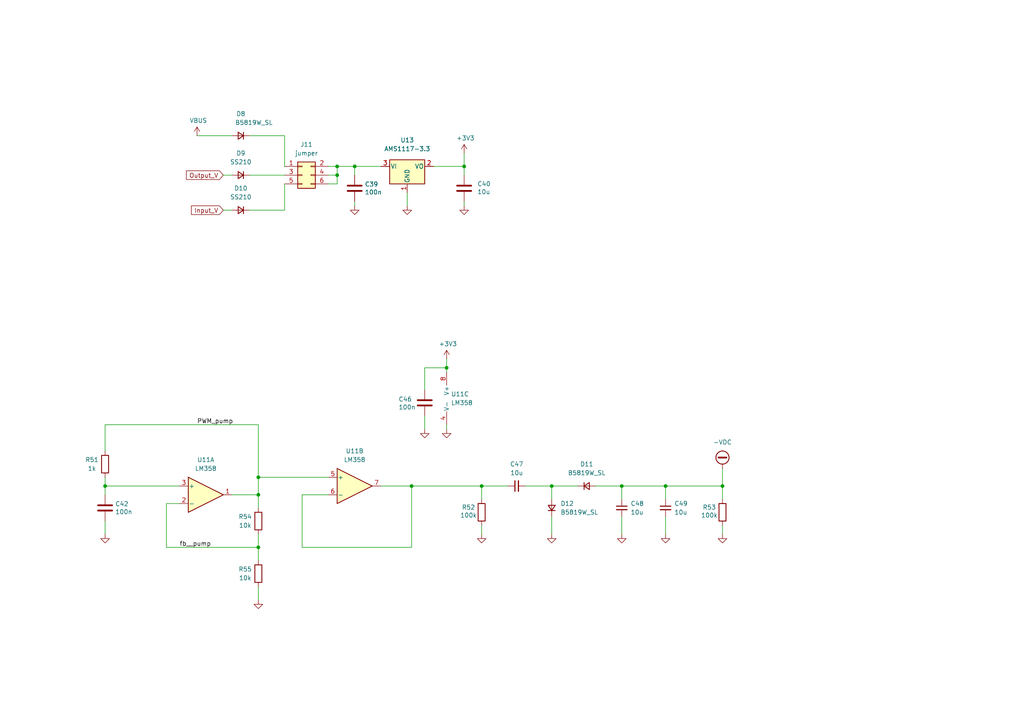
<source format=kicad_sch>
(kicad_sch (version 20211123) (generator eeschema)
  (paper "A4")
  (lib_symbols
    (symbol "Amplifier_Operational:LM358" (pin_names (offset 0.127))
      (property "Reference" "U" (at 0 5.08 0))
      (property "Value" "LM358" (at 0 -5.08 0))
      (symbol "LM358_1_1"
        (polyline (pts (xy -5.08 5.08) (xy 5.08 0) (xy -5.08 -5.08) (xy -5.08 5.08)) (stroke (width 0.254)) (fill (type background)))
        (pin output line (at 7.62 0 180) (length 2.54) (name "~") (number "1"))
        (pin input line (at -7.62 -2.54 0) (length 2.54) (name "-") (number "2"))
        (pin input line (at -7.62 2.54 0) (length 2.54) (name "+") (number "3"))
      )
      (symbol "LM358_2_1"
        (polyline (pts (xy -5.08 5.08) (xy 5.08 0) (xy -5.08 -5.08) (xy -5.08 5.08)) (stroke (width 0.254)) (fill (type background)))
        (pin input line (at -7.62 2.54 0) (length 2.54) (name "+") (number "5"))
        (pin input line (at -7.62 -2.54 0) (length 2.54) (name "-") (number "6"))
        (pin output line (at 7.62 0 180) (length 2.54) (name "~") (number "7"))
      )
      (symbol "LM358_3_1"
        (pin power_in line (at -2.54 -7.62 90) (length 3.81) (name "V-") (number "4"))
        (pin power_in line (at -2.54 7.62 270) (length 3.81) (name "V+") (number "8"))
      )
    )
    (symbol "Connector_Generic:Conn_02x03_Odd_Even" (pin_names (offset 1.016) hide)
      (property "Reference" "J" (at 1.27 5.08 0))
      (property "Value" "Conn_02x03_Odd_Even" (at 1.27 -5.08 0))
      (symbol "Conn_02x03_Odd_Even_1_1"
        (rectangle (start -1.27 -2.413) (end 0 -2.667) (stroke (width 0.1524)))
        (rectangle (start -1.27 0.127) (end 0 -0.127) (stroke (width 0.1524)))
        (rectangle (start -1.27 2.667) (end 0 2.413) (stroke (width 0.1524)))
        (rectangle (start -1.27 3.81) (end 3.81 -3.81) (stroke (width 0.254)) (fill (type background)))
        (rectangle (start 3.81 -2.413) (end 2.54 -2.667) (stroke (width 0.1524)))
        (rectangle (start 3.81 0.127) (end 2.54 -0.127) (stroke (width 0.1524)))
        (rectangle (start 3.81 2.667) (end 2.54 2.413) (stroke (width 0.1524)))
        (pin passive line (at -5.08 2.54 0) (length 3.81) (name "Pin_1") (number "1"))
        (pin passive line (at 7.62 2.54 180) (length 3.81) (name "Pin_2") (number "2"))
        (pin passive line (at -5.08 0 0) (length 3.81) (name "Pin_3") (number "3"))
        (pin passive line (at 7.62 0 180) (length 3.81) (name "Pin_4") (number "4"))
        (pin passive line (at -5.08 -2.54 0) (length 3.81) (name "Pin_5") (number "5"))
        (pin passive line (at 7.62 -2.54 180) (length 3.81) (name "Pin_6") (number "6"))
      )
    )
    (symbol "Device:C" (pin_numbers hide) (pin_names (offset 0.254))
      (property "Reference" "C" (at 0.635 2.54 0))
      (property "Value" "C" (at 0.635 -2.54 0))
      (symbol "C_0_1"
        (polyline (pts (xy -2.032 -0.762) (xy 2.032 -0.762)) (stroke (width 0.508)))
        (polyline (pts (xy -2.032 0.762) (xy 2.032 0.762)) (stroke (width 0.508)))
      )
      (symbol "C_1_1"
        (pin passive line (at 0 3.81 270) (length 2.794) (name "~") (number "1"))
        (pin passive line (at 0 -3.81 90) (length 2.794) (name "~") (number "2"))
      )
    )
    (symbol "Device:C_Small" (pin_numbers hide) (pin_names (offset 0.254) hide)
      (property "Reference" "C" (at 0.254 1.778 0))
      (property "Value" "C_Small" (at 0.254 -2.032 0))
      (symbol "C_Small_0_1"
        (polyline (pts (xy -1.524 -0.508) (xy 1.524 -0.508)) (stroke (width 0.3302)))
        (polyline (pts (xy -1.524 0.508) (xy 1.524 0.508)) (stroke (width 0.3048)))
      )
      (symbol "C_Small_1_1"
        (pin passive line (at 0 2.54 270) (length 2.032) (name "~") (number "1"))
        (pin passive line (at 0 -2.54 90) (length 2.032) (name "~") (number "2"))
      )
    )
    (symbol "Device:D_Small" (pin_numbers hide) (pin_names (offset 0.254) hide)
      (property "Reference" "D" (at -1.27 2.032 0))
      (property "Value" "D_Small" (at -3.81 -2.032 0))
      (symbol "D_Small_0_1"
        (polyline (pts (xy -0.762 -1.016) (xy -0.762 1.016)) (stroke (width 0.254)))
        (polyline (pts (xy -0.762 0) (xy 0.762 0)))
        (polyline (pts (xy 0.762 -1.016) (xy -0.762 0) (xy 0.762 1.016) (xy 0.762 -1.016)) (stroke (width 0.254)))
      )
      (symbol "D_Small_1_1"
        (pin passive line (at -2.54 0 0) (length 1.778) (name "K") (number "1"))
        (pin passive line (at 2.54 0 180) (length 1.778) (name "A") (number "2"))
      )
    )
    (symbol "Device:R" (pin_numbers hide) (pin_names (offset 0))
      (property "Reference" "R" (at 2.032 0 90))
      (property "Value" "R" (at 0 0 90))
      (symbol "R_0_1"
        (rectangle (start -1.016 -2.54) (end 1.016 2.54) (stroke (width 0.254)))
      )
      (symbol "R_1_1"
        (pin passive line (at 0 3.81 270) (length 1.27) (name "~") (number "1"))
        (pin passive line (at 0 -3.81 90) (length 1.27) (name "~") (number "2"))
      )
    )
    (symbol "Regulator_Linear:AMS1117-3.3" (pin_names (offset 0.254))
      (property "Reference" "U" (at -3.81 3.175 0))
      (property "Value" "AMS1117-3.3" (at 0 3.175 0))
      (symbol "AMS1117-3.3_0_1"
        (rectangle (start -5.08 -5.08) (end 5.08 1.905) (stroke (width 0.254)) (fill (type background)))
      )
      (symbol "AMS1117-3.3_1_1"
        (pin power_in line (at 0 -7.62 90) (length 2.54) (name "GND") (number "1"))
        (pin power_out line (at 7.62 0 180) (length 2.54) (name "VO") (number "2"))
        (pin power_in line (at -7.62 0 0) (length 2.54) (name "VI") (number "3"))
      )
    )
    (symbol "power:+3V3" (power) (pin_names (offset 0))
      (property "Value" "+3V3" (at 0 3.556 0))
      (symbol "+3V3_0_1"
        (polyline (pts (xy -0.762 1.27) (xy 0 2.54)))
        (polyline (pts (xy 0 0) (xy 0 2.54)))
        (polyline (pts (xy 0 2.54) (xy 0.762 1.27)))
      )
      (symbol "+3V3_1_1"
        (pin power_in line (at 0 0 90) (length 0) hide (name "+3V3") (number "1"))
      )
    )
    (symbol "power:-VDC" (power) (pin_names (offset 0))
      (property "Value" "-VDC" (at 0 6.35 0))
      (symbol "-VDC_0_1"
        (polyline (pts (xy -1.143 3.175) (xy 1.143 3.175)) (stroke (width 0.508)))
        (polyline (pts (xy 0 0) (xy 0 1.27)))
        (circle (center 0 3.175) (radius 1.905) (stroke (width 0.254)))
      )
      (symbol "-VDC_1_1"
        (pin power_in line (at 0 0 90) (length 0) hide (name "-VDC") (number "1"))
      )
    )
    (symbol "power:GND" (power) (pin_names (offset 0))
      (property "Value" "GND" (at 0 -3.81 0))
      (symbol "GND_0_1"
        (polyline (pts (xy 0 0) (xy 0 -1.27) (xy 1.27 -1.27) (xy 0 -2.54) (xy -1.27 -1.27) (xy 0 -1.27)))
      )
      (symbol "GND_1_1"
        (pin power_in line (at 0 0 270) (length 0) hide (name "GND") (number "1"))
      )
    )
    (symbol "power:VBUS" (power) (pin_names (offset 0))
      (property "Value" "VBUS" (at 0 3.81 0))
      (symbol "VBUS_0_1"
        (polyline (pts (xy -0.762 1.27) (xy 0 2.54)))
        (polyline (pts (xy 0 0) (xy 0 2.54)))
        (polyline (pts (xy 0 2.54) (xy 0.762 1.27)))
      )
      (symbol "VBUS_1_1"
        (pin power_in line (at 0 0 90) (length 0) hide (name "VBUS") (number "1"))
      )
    )
  )
  (junction (at 160.02 140.97))
  (junction (at 97.79 48.26))
  (junction (at 119.38 140.97))
  (junction (at 139.7 140.97))
  (junction (at 74.93 143.51))
  (junction (at 102.87 48.26))
  (junction (at 209.55 140.97))
  (junction (at 193.04 140.97))
  (junction (at 134.62 48.26))
  (junction (at 97.79 50.8))
  (junction (at 129.54 106.68))
  (junction (at 180.34 140.97))
  (junction (at 74.93 138.43))
  (junction (at 74.93 158.75))
  (junction (at 30.48 140.97))
  (wire (pts (xy 129.54 104.14) (xy 129.54 106.68)))
  (wire (pts (xy 139.7 140.97) (xy 139.7 144.78)))
  (wire (pts (xy 118.11 55.88) (xy 118.11 59.69)))
  (wire (pts (xy 64.77 50.8) (xy 67.31 50.8)))
  (wire (pts (xy 82.55 48.26) (xy 82.55 39.37)))
  (wire (pts (xy 123.19 106.68) (xy 123.19 113.03)))
  (wire (pts (xy 74.93 143.51) (xy 74.93 147.32)))
  (wire (pts (xy 64.77 60.96) (xy 67.31 60.96)))
  (wire (pts (xy 134.62 58.42) (xy 134.62 59.69)))
  (wire (pts (xy 30.48 151.13) (xy 30.48 154.94)))
  (wire (pts (xy 160.02 149.86) (xy 160.02 154.94)))
  (wire (pts (xy 67.31 143.51) (xy 74.93 143.51)))
  (wire (pts (xy 97.79 50.8) (xy 97.79 53.34)))
  (wire (pts (xy 74.93 162.56) (xy 74.93 158.75)))
  (wire (pts (xy 87.63 158.75) (xy 119.38 158.75)))
  (wire (pts (xy 180.34 140.97) (xy 172.72 140.97)))
  (wire (pts (xy 119.38 158.75) (xy 119.38 140.97)))
  (wire (pts (xy 30.48 140.97) (xy 52.07 140.97)))
  (wire (pts (xy 57.15 39.37) (xy 67.31 39.37)))
  (wire (pts (xy 134.62 48.26) (xy 134.62 50.8)))
  (wire (pts (xy 193.04 140.97) (xy 209.55 140.97)))
  (wire (pts (xy 74.93 123.19) (xy 74.93 138.43)))
  (wire (pts (xy 87.63 143.51) (xy 87.63 158.75)))
  (wire (pts (xy 74.93 138.43) (xy 95.25 138.43)))
  (wire (pts (xy 129.54 123.19) (xy 129.54 124.46)))
  (wire (pts (xy 180.34 140.97) (xy 193.04 140.97)))
  (wire (pts (xy 119.38 140.97) (xy 139.7 140.97)))
  (wire (pts (xy 110.49 48.26) (xy 102.87 48.26)))
  (wire (pts (xy 193.04 144.78) (xy 193.04 140.97)))
  (wire (pts (xy 110.49 140.97) (xy 119.38 140.97)))
  (wire (pts (xy 134.62 44.45) (xy 134.62 48.26)))
  (wire (pts (xy 72.39 60.96) (xy 82.55 60.96)))
  (wire (pts (xy 147.32 140.97) (xy 139.7 140.97)))
  (wire (pts (xy 30.48 138.43) (xy 30.48 140.97)))
  (wire (pts (xy 102.87 58.42) (xy 102.87 59.69)))
  (wire (pts (xy 209.55 140.97) (xy 209.55 144.78)))
  (wire (pts (xy 180.34 149.86) (xy 180.34 154.94)))
  (wire (pts (xy 52.07 146.05) (xy 48.26 146.05)))
  (wire (pts (xy 123.19 120.65) (xy 123.19 124.46)))
  (wire (pts (xy 123.19 106.68) (xy 129.54 106.68)))
  (wire (pts (xy 129.54 106.68) (xy 129.54 107.95)))
  (wire (pts (xy 74.93 154.94) (xy 74.93 158.75)))
  (wire (pts (xy 30.48 123.19) (xy 30.48 130.81)))
  (wire (pts (xy 97.79 48.26) (xy 97.79 50.8)))
  (wire (pts (xy 139.7 152.4) (xy 139.7 154.94)))
  (wire (pts (xy 97.79 50.8) (xy 95.25 50.8)))
  (wire (pts (xy 209.55 152.4) (xy 209.55 154.94)))
  (wire (pts (xy 209.55 135.89) (xy 209.55 140.97)))
  (wire (pts (xy 74.93 170.18) (xy 74.93 173.99)))
  (wire (pts (xy 72.39 50.8) (xy 82.55 50.8)))
  (wire (pts (xy 74.93 138.43) (xy 74.93 143.51)))
  (wire (pts (xy 125.73 48.26) (xy 134.62 48.26)))
  (wire (pts (xy 160.02 140.97) (xy 152.4 140.97)))
  (wire (pts (xy 82.55 39.37) (xy 72.39 39.37)))
  (wire (pts (xy 167.64 140.97) (xy 160.02 140.97)))
  (wire (pts (xy 48.26 158.75) (xy 74.93 158.75)))
  (wire (pts (xy 30.48 140.97) (xy 30.48 143.51)))
  (wire (pts (xy 102.87 48.26) (xy 102.87 50.8)))
  (wire (pts (xy 97.79 53.34) (xy 95.25 53.34)))
  (wire (pts (xy 48.26 146.05) (xy 48.26 158.75)))
  (wire (pts (xy 87.63 143.51) (xy 95.25 143.51)))
  (wire (pts (xy 82.55 53.34) (xy 82.55 60.96)))
  (wire (pts (xy 180.34 140.97) (xy 180.34 144.78)))
  (wire (pts (xy 193.04 149.86) (xy 193.04 154.94)))
  (wire (pts (xy 97.79 48.26) (xy 95.25 48.26)))
  (wire (pts (xy 74.93 123.19) (xy 30.48 123.19)))
  (wire (pts (xy 102.87 48.26) (xy 97.79 48.26)))
  (wire (pts (xy 160.02 140.97) (xy 160.02 144.78)))
  (label "PWM_pump" (at 57.15 123.19 0))
  (label "fb__pump" (at 52.07 158.75 0))
  (global_label "Input_V" (shape input) (at 64.77 60.96 180) (property "Intersheet References" "${INTERSHEET_REFS}" (effects hide)))
  (global_label "Output_V" (shape input) (at 64.77 50.8 180) (property "Intersheet References" "${INTERSHEET_REFS}" (effects hide)))
  (symbol (lib_id "power:GND") (at 209.55 154.94 0) (unit 1)
    (property "Reference" "#PWR0106" (effects hide))
    (property "Value" "GND" (effects hide))
  )
  (symbol (lib_id "Device:D_Small") (at 69.85 60.96 180) (unit 1)
    (property "Reference" "D10" (at 69.85 54.61 0))
    (property "Value" "SS210" (at 69.85 57.15 0))
    (property "Footprint" "Diode_SMD:D_SMA_Handsoldering" (effects hide))
    (property "LCSC" "C14996" (effects hide))
  )
  (symbol (lib_id "Connector_Generic:Conn_02x03_Odd_Even") (at 87.63 50.8 0) (unit 1) (in_bom no)
    (property "Reference" "J11" (at 88.9 41.91 0))
    (property "Value" "jumper" (at 88.9 44.45 0))
    (property "Footprint" "Connector_PinHeader_2.54mm:PinHeader_2x03_P2.54mm_Vertical" (effects hide))
  )
  (symbol (lib_id "Device:D_Small") (at 69.85 39.37 180) (unit 1)
    (property "Reference" "D8" (at 69.85 33.02 0))
    (property "Value" "B5819W_SL" (at 73.66 35.56 0))
    (property "Footprint" "Diode_SMD:D_SOD-123" (effects hide))
    (property "LCSC" "C8598" (effects hide))
  )
  (symbol (lib_id "Device:C") (at 30.48 147.32 0) (unit 1)
    (property "Reference" "C42" (at 33.401 146.1516 0) (effects (justify left)))
    (property "Value" "100n" (at 33.401 148.463 0) (effects (justify left)))
    (property "Footprint" "Capacitor_SMD:C_0603_1608Metric" (effects hide))
    (property "Datasheet" "https://jlcpcb.com/partdetail/Yageo-CC0603KRX7R9BB104/C14663" (effects hide))
    (property "LCSC" "C14663" (effects hide))
  )
  (symbol (lib_id "Amplifier_Operational:LM358") (at 132.08 115.57 0) (unit 3)
    (property "Reference" "U11" (at 130.81 114.2999 0) (effects (justify left)))
    (property "Value" "LM358" (at 130.81 116.8399 0) (effects (justify left)))
    (property "Footprint" "Package_SO:SOIC-8_3.9x4.9mm_P1.27mm" (effects hide))
    (property "Datasheet" "http://www.ti.com/lit/ds/symlink/lm2904-n.pdf" (effects hide))
  )
  (symbol (lib_id "power:+3V3") (at 134.62 44.45 0) (unit 1)
    (property "Reference" "#PWR095" (effects hide))
    (property "Value" "+3V3" (at 135.001 40.0558 0))
  )
  (symbol (lib_id "power:-VDC") (at 209.55 135.89 0) (unit 1)
    (property "Reference" "#PWR099" (effects hide))
    (property "Value" "-VDC" (at 209.55 128.27 0))
  )
  (symbol (lib_id "Device:C") (at 134.62 54.61 0) (unit 1)
    (property "Reference" "C40" (at 138.43 53.34 0) (effects (justify left)))
    (property "Value" "10u" (at 138.43 55.6514 0) (effects (justify left)))
    (property "Footprint" "Capacitor_SMD:C_0603_1608Metric_Pad1.08x0.95mm_HandSolder" (effects hide))
    (property "LCSC" "C96446" (effects hide))
  )
  (symbol (lib_id "Device:R") (at 74.93 151.13 0) (mirror x) (unit 1)
    (property "Reference" "R54" (at 71.12 149.86 0))
    (property "Value" "10k" (at 71.12 152.4 0))
    (property "Footprint" "Resistor_SMD:R_0603_1608Metric" (effects hide))
    (property "LCSC" "C25804" (effects hide))
  )
  (symbol (lib_id "Amplifier_Operational:LM358") (at 102.87 140.97 0) (unit 2)
    (property "Reference" "U11" (at 102.87 130.81 0))
    (property "Value" "LM358" (at 102.87 133.35 0))
    (property "Footprint" "Package_SO:SOIC-8_3.9x4.9mm_P1.27mm" (effects hide))
    (property "Datasheet" "http://www.ti.com/lit/ds/symlink/lm2904-n.pdf" (effects hide))
    (property "LCSC" "C7950" (effects hide))
  )
  (symbol (lib_id "power:GND") (at 160.02 154.94 0) (unit 1)
    (property "Reference" "#PWR0103" (effects hide))
    (property "Value" "GND" (effects hide))
  )
  (symbol (lib_id "power:+3V3") (at 129.54 104.14 0) (unit 1)
    (property "Reference" "#PWR0118" (effects hide))
    (property "Value" "+3V3" (at 129.921 99.7458 0))
  )
  (symbol (lib_id "power:VBUS") (at 57.15 39.37 0) (unit 1)
    (property "Reference" "#PWR094" (effects hide))
    (property "Value" "VBUS" (at 57.531 34.9758 0))
  )
  (symbol (lib_id "Device:C_Small") (at 193.04 147.32 0) (unit 1)
    (property "Reference" "C49" (at 195.58 146.0562 0) (effects (justify left)))
    (property "Value" "10u" (at 195.58 148.5962 0) (effects (justify left)))
    (property "Footprint" "Capacitor_SMD:C_0603_1608Metric" (effects hide))
    (property "LCSC" "C96446" (effects hide))
  )
  (symbol (lib_id "Device:D_Small") (at 69.85 50.8 180) (unit 1)
    (property "Reference" "D9" (at 69.85 44.45 0))
    (property "Value" "SS210" (at 69.85 46.99 0))
    (property "Footprint" "Diode_SMD:D_SMA_Handsoldering" (effects hide))
    (property "LCSC" "C14996" (effects hide))
  )
  (symbol (lib_id "power:GND") (at 30.48 154.94 0) (unit 1)
    (property "Reference" "#PWR0101" (effects hide))
    (property "Value" "GND" (effects hide))
  )
  (symbol (lib_id "Device:D_Small") (at 160.02 147.32 90) (unit 1)
    (property "Reference" "D12" (at 162.56 146.0499 90) (effects (justify right)))
    (property "Value" "B5819W_SL" (at 162.56 148.5899 90) (effects (justify right)))
    (property "Footprint" "Diode_SMD:D_SOD-123" (effects hide))
    (property "LCSC" "C8598" (effects hide))
  )
  (symbol (lib_id "power:GND") (at 129.54 124.46 0) (unit 1)
    (property "Reference" "#PWR0120" (effects hide))
    (property "Value" "GND" (effects hide))
  )
  (symbol (lib_id "Regulator_Linear:AMS1117-3.3") (at 118.11 48.26 0) (unit 1)
    (property "Reference" "U13" (at 118.11 40.64 0))
    (property "Value" "AMS1117-3.3" (at 118.11 43.18 0))
    (property "Footprint" "Package_TO_SOT_SMD:SOT-223-3_TabPin2" (effects hide))
    (property "Datasheet" "http://www.advanced-monolithic.com/pdf/ds1117.pdf" (effects hide))
  )
  (symbol (lib_id "power:GND") (at 123.19 124.46 0) (unit 1)
    (property "Reference" "#PWR0119" (effects hide))
    (property "Value" "GND" (effects hide))
  )
  (symbol (lib_id "power:GND") (at 118.11 59.69 0) (unit 1)
    (property "Reference" "#PWR097" (effects hide))
    (property "Value" "GND" (effects hide))
  )
  (symbol (lib_id "power:GND") (at 102.87 59.69 0) (unit 1)
    (property "Reference" "#PWR096" (effects hide))
    (property "Value" "GND" (effects hide))
  )
  (symbol (lib_id "power:GND") (at 74.93 173.99 0) (unit 1)
    (property "Reference" "#PWR0107" (effects hide))
    (property "Value" "GND" (effects hide))
  )
  (symbol (lib_id "Device:D_Small") (at 170.18 140.97 0) (unit 1)
    (property "Reference" "D11" (at 170.18 134.62 0))
    (property "Value" "B5819W_SL" (at 170.18 137.16 0))
    (property "Footprint" "Diode_SMD:D_SOD-123" (effects hide))
    (property "LCSC" "C8598" (effects hide))
  )
  (symbol (lib_id "Device:R") (at 209.55 148.59 0) (unit 1)
    (property "Reference" "R53" (at 205.74 147.1422 0))
    (property "Value" "100k" (at 205.74 149.4536 0))
    (property "Footprint" "Resistor_SMD:R_0603_1608Metric" (effects hide))
    (property "LCSC" "C25803" (effects hide))
  )
  (symbol (lib_id "power:GND") (at 193.04 154.94 0) (unit 1)
    (property "Reference" "#PWR0105" (effects hide))
    (property "Value" "GND" (effects hide))
  )
  (symbol (lib_id "Device:C") (at 123.19 116.84 0) (unit 1)
    (property "Reference" "C46" (at 115.57 115.7986 0) (effects (justify left)))
    (property "Value" "100n" (at 115.57 118.11 0) (effects (justify left)))
    (property "Footprint" "Capacitor_SMD:C_0603_1608Metric" (effects hide))
    (property "Datasheet" "https://jlcpcb.com/partdetail/Yageo-CC0603KRX7R9BB104/C14663" (effects hide))
    (property "LCSC" "C14663" (effects hide))
  )
  (symbol (lib_id "Amplifier_Operational:LM358") (at 59.69 143.51 0) (unit 1)
    (property "Reference" "U11" (at 59.69 133.35 0))
    (property "Value" "LM358" (at 59.69 135.89 0))
    (property "Footprint" "Package_SO:SOIC-8_3.9x4.9mm_P1.27mm" (effects hide))
    (property "Datasheet" "http://www.ti.com/lit/ds/symlink/lm2904-n.pdf" (effects hide))
  )
  (symbol (lib_id "Device:C") (at 102.87 54.61 0) (unit 1)
    (property "Reference" "C39" (at 105.791 53.4416 0) (effects (justify left)))
    (property "Value" "100n" (at 105.791 55.753 0) (effects (justify left)))
    (property "Footprint" "Capacitor_SMD:C_0603_1608Metric" (effects hide))
    (property "Datasheet" "https://jlcpcb.com/partdetail/Yageo-CC0603KRX7R9BB104/C14663" (effects hide))
    (property "LCSC" "C14663" (effects hide))
  )
  (symbol (lib_id "Device:R") (at 74.93 166.37 0) (mirror x) (unit 1)
    (property "Reference" "R55" (at 71.12 165.1 0))
    (property "Value" "10k" (at 71.12 167.64 0))
    (property "Footprint" "Resistor_SMD:R_0603_1608Metric" (effects hide))
    (property "LCSC" "C25804" (effects hide))
  )
  (symbol (lib_id "power:GND") (at 139.7 154.94 0) (unit 1)
    (property "Reference" "#PWR0102" (effects hide))
    (property "Value" "GND" (effects hide))
  )
  (symbol (lib_id "power:GND") (at 134.62 59.69 0) (unit 1)
    (property "Reference" "#PWR098" (effects hide))
    (property "Value" "GND" (effects hide))
  )
  (symbol (lib_id "Device:C_Small") (at 180.34 147.32 0) (unit 1)
    (property "Reference" "C48" (at 182.88 146.0562 0) (effects (justify left)))
    (property "Value" "10u" (at 182.88 148.5962 0) (effects (justify left)))
    (property "Footprint" "Capacitor_SMD:C_0603_1608Metric" (effects hide))
    (property "LCSC" "C96446" (effects hide))
  )
  (symbol (lib_id "Device:C_Small") (at 149.86 140.97 90) (unit 1)
    (property "Reference" "C47" (at 149.8663 134.62 90))
    (property "Value" "10u" (at 149.8663 137.16 90))
    (property "Footprint" "Capacitor_SMD:C_0603_1608Metric" (effects hide))
    (property "LCSC" "C96446" (effects hide))
  )
  (symbol (lib_id "power:GND") (at 180.34 154.94 0) (unit 1)
    (property "Reference" "#PWR0104" (effects hide))
    (property "Value" "GND" (effects hide))
  )
  (symbol (lib_id "Device:R") (at 30.48 134.62 0) (mirror x) (unit 1)
    (property "Reference" "R51" (at 26.67 133.35 0))
    (property "Value" "1k" (at 26.67 135.89 0))
    (property "Footprint" "Resistor_SMD:R_0603_1608Metric" (effects hide))
    (property "LCSC" "C21190" (effects hide))
  )
  (symbol (lib_id "Device:R") (at 139.7 148.59 0) (unit 1)
    (property "Reference" "R52" (at 135.89 147.1422 0))
    (property "Value" "100k" (at 135.89 149.4536 0))
    (property "Footprint" "Resistor_SMD:R_0603_1608Metric" (effects hide))
    (property "LCSC" "C25803" (effects hide))
  )
)
</source>
